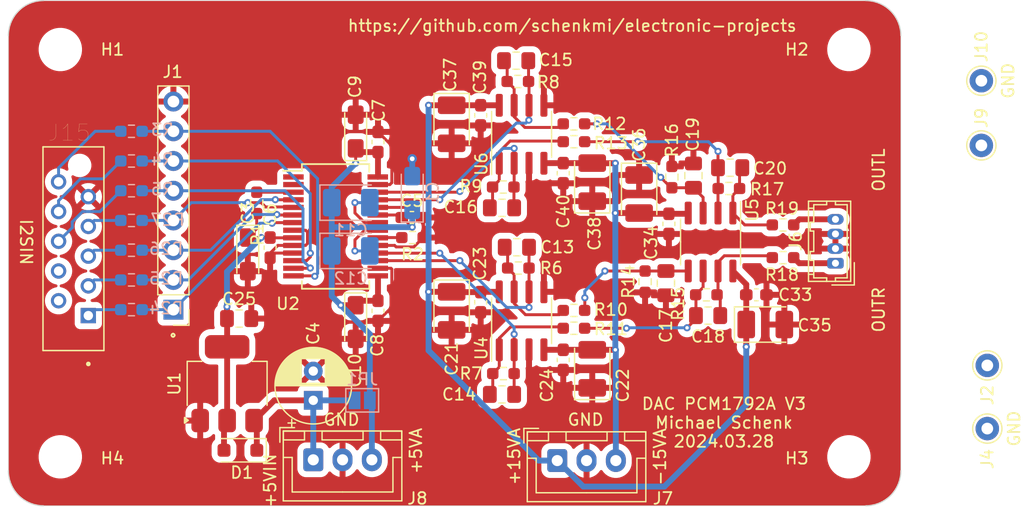
<source format=kicad_pcb>
(kicad_pcb (version 20240108) (generator "pcbnew") (generator_version "8.0")
  (layers (0 "F.Cu" mixed) (31 "B.Cu" mixed) (34 "B.Paste" user) (35 "F.Paste" user) (36 "B.SilkS" user "B.Silkscreen") (37 "F.SilkS" user "F.Silkscreen") (38 "B.Mask" user) (39 "F.Mask" user) (44 "Edge.Cuts" user))
  (net 0 "")
  (net 1 "GND")
  (net 2 "+3V3")
  (net 3 "MCLK")
  (net 4 "BCK")
  (net 5 "LRCK")
  (net 6 "DATAIN")
  (net 7 "+5VA")
  (net 8 "-15V")
  (net 9 "+15V")
  (net 10 "/+5VIN")
  (net 11 "Net-(U2-VCOML)")
  (net 12 "Net-(U2-VCOMR)")
  (net 13 "Net-(U2-IOUTR+)")
  (net 14 "Net-(C13-Pad1)")
  (net 15 "Net-(U2-IOUTR-)")
  (net 16 "Net-(C14-Pad1)")
  (net 17 "Net-(U2-IOUTL+)")
  (net 18 "Net-(C15-Pad1)")
  (net 19 "Net-(U2-IOUTL-)")
  (net 20 "Net-(C16-Pad1)")
  (net 21 "Net-(U5B-+)")
  (net 22 "Net-(U5B--)")
  (net 23 "Net-(U5A-+)")
  (net 24 "Net-(U5A--)")
  (net 25 "Net-(J15-Pad10)")
  (net 26 "RESET")
  (net 27 "SCL")
  (net 28 "SDA")
  (net 29 "Net-(J15-Pad8)")
  (net 30 "Net-(C18-Pad2)")
  (net 31 "Net-(C20-Pad2)")
  (net 32 "Net-(J15-Pad6)")
  (net 33 "Net-(J2-Pin_1)")
  (net 34 "Net-(J6-Pin_4)")
  (net 37 "Net-(U2-MSEL)")
  (net 38 "Net-(U2-IREF)")
  (net 41 "Net-(J15-Pad5)")
  (net 42 "Net-(J15-Pad7)")
  (net 43 "Net-(J15-Pad3)")
  (net 44 "Net-(J15-Pad1)")
  (footprint "MountingHole:MountingHole_3.2mm_M3" (layer "F.Cu") (at 113.03 71.882)
    (property "Reference" "H1")
    (property "Value" "MountingHole")
  )
  (footprint "MountingHole:MountingHole_3.2mm_M3" (layer "F.Cu") (at 113.03 106.68)
    (property "Reference" "H4")
    (property "Value" "MountingHole")
  )
  (footprint "kicad-snk:TE_CONN_RCPT_10POS_0.1_TIN_PCB" (layer "F.Cu") (at 115.421 94.615 90)
    (property "Reference" "J15")
    (property "Value" "A")
  )
  (footprint "MountingHole:MountingHole_3.2mm_M3" (layer "F.Cu") (at 180.34 106.68)
    (property "Reference" "H3")
    (property "Value" "MountingHole")
  )
  (footprint "MountingHole:MountingHole_3.2mm_M3" (layer "F.Cu") (at 180.34 71.882)
    (property "Reference" "H2")
    (property "Value" "MountingHole")
  )
  (footprint "Connector_Pin:Pin_D1.0mm_L10.0mm" (layer "F.Cu") (at 191.643 74.549)
    (property "Reference" "J10")
    (property "Value" "GNDL")
  )
  (footprint "Capacitor_Tantalum_SMD:CP_EIA-3528-21_Kemet-B_Pad1.50x2.35mm_HandSolder" (layer "F.Cu") (at 173.202 95.377)
    (property "Reference" "C35")
    (property "Value" "10uF/20V")
  )
  (footprint "Capacitor_Tantalum_SMD:CP_EIA-3528-21_Kemet-B_Pad1.50x2.35mm_HandSolder" (layer "F.Cu") (at 162.433 84.227 -90)
    (property "Reference" "C36")
    (property "Value" "10uF/20V")
  )
  (footprint "Capacitor_SMD:C_0603_1608Metric_Pad1.08x0.95mm_HandSolder" (layer "F.Cu") (at 172.4395 92.837)
    (property "Reference" "C33")
    (property "Value" "100nF")
  )
  (footprint "Capacitor_SMD:C_0603_1608Metric_Pad1.08x0.95mm_HandSolder" (layer "F.Cu") (at 164.973 86.778 90)
    (property "Reference" "C34")
    (property "Value" "100nF")
  )
  (footprint "Capacitor_Tantalum_SMD:CP_EIA-3528-21_Kemet-B_Pad1.50x2.35mm_HandSolder" (layer "F.Cu") (at 146.431 78.2695 -90)
    (property "Reference" "C37")
    (property "Value" "10uF/20V")
  )
  (footprint "Package_SO:SOIC-8_3.9x4.9mm_P1.27mm" (layer "F.Cu") (at 152.4 79.1225 90)
    (property "Reference" "U6")
    (property "Value" "OPA1612")
  )
  (footprint "Capacitor_SMD:C_0603_1608Metric_Pad1.08x0.95mm_HandSolder" (layer "F.Cu") (at 155.956 82.4495 90)
    (property "Reference" "C40")
    (property "Value" "100nF")
  )
  (footprint "Capacitor_SMD:C_0603_1608Metric_Pad1.08x0.95mm_HandSolder" (layer "F.Cu") (at 148.9075 77.507 -90)
    (property "Reference" "C39")
    (property "Value" "100nF")
  )
  (footprint "Capacitor_Tantalum_SMD:CP_EIA-3528-21_Kemet-B_Pad1.50x2.35mm_HandSolder" (layer "F.Cu") (at 158.4325 83.211 90)
    (property "Reference" "C38")
    (property "Value" "10uF/20V")
  )
  (footprint "Connector_Pin:Pin_D1.0mm_L10.0mm" (layer "F.Cu") (at 191.643 80.0735)
    (property "Reference" "J9")
    (property "Value" "OUTL")
  )
  (footprint "Capacitor_SMD:C_0805_2012Metric_Pad1.18x1.45mm_HandSolder" (layer "F.Cu") (at 151.9975 88.773)
    (property "Reference" "C13")
    (property "Value" "2200pF/2%")
  )
  (footprint "Capacitor_SMD:C_0805_2012Metric_Pad1.18x1.45mm_HandSolder" (layer "F.Cu") (at 150.7275 101.346)
    (property "Reference" "C14")
    (property "Value" "2200pF/2%")
  )
  (footprint "Capacitor_SMD:C_0805_2012Metric_Pad1.18x1.45mm_HandSolder" (layer "F.Cu") (at 151.934 72.8345)
    (property "Reference" "C15")
    (property "Value" "2200pF/2%")
  )
  (footprint "Capacitor_SMD:C_0805_2012Metric_Pad1.18x1.45mm_HandSolder" (layer "F.Cu") (at 150.7275 85.4075)
    (property "Reference" "C16")
    (property "Value" "2200pF/2%")
  )
  (footprint "Capacitor_Tantalum_SMD:CP_EIA-3528-21_Kemet-B_Pad1.50x2.35mm_HandSolder" (layer "F.Cu") (at 146.431 94.208 -90)
    (property "Reference" "C21")
    (property "Value" "10uF/20V")
  )
  (footprint "Capacitor_Tantalum_SMD:CP_EIA-3528-21_Kemet-B_Pad1.50x2.35mm_HandSolder" (layer "F.Cu") (at 158.4325 99.161 90)
    (property "Reference" "C22")
    (property "Value" "10uF/20V")
  )
  (footprint "Capacitor_SMD:C_0603_1608Metric_Pad1.08x0.95mm_HandSolder" (layer "F.Cu") (at 148.9075 93.472 -90)
    (property "Reference" "C23")
    (property "Value" "100nF")
  )
  (footprint "Capacitor_SMD:C_0603_1608Metric_Pad1.08x0.95mm_HandSolder" (layer "F.Cu") (at 155.956 98.3985 90)
    (property "Reference" "C24")
    (property "Value" "100nF")
  )
  (footprint "Connector_PinHeader_2.54mm:PinHeader_1x08_P2.54mm_Vertical" (layer "F.Cu") (at 122.682 94.107 180)
    (property "Reference" "J1")
    (property "Value" "DEBUG")
  )
  (footprint "Connector_Pin:Pin_D1.0mm_L10.0mm" (layer "F.Cu") (at 192.151 104.267)
    (property "Reference" "J4")
    (property "Value" "GNDR")
  )
  (footprint "Resistor_SMD:R_0603_1608Metric_Pad0.98x0.95mm_HandSolder" (layer "F.Cu") (at 129.794 84.9865 90)
    (property "Reference" "R1")
    (property "Value" "4k7")
  )
  (footprint "Resistor_SMD:R_0603_1608Metric_Pad0.98x0.95mm_HandSolder" (layer "F.Cu") (at 143.089 87.9475 180)
    (property "Reference" "R2")
    (property "Value" "10k/0.1%")
  )
  (footprint "Resistor_SMD:R_0603_1608Metric_Pad0.98x0.95mm_HandSolder" (layer "F.Cu") (at 152.1225 90.551)
    (property "Reference" "R6")
    (property "Value" "750R/0.1%")
  )
  (footprint "Resistor_SMD:R_0603_1608Metric_Pad0.98x0.95mm_HandSolder" (layer "F.Cu") (at 150.8525 99.568)
    (property "Reference" "R7")
    (property "Value" "750R/0.1%")
  )
  (footprint "Resistor_SMD:R_0603_1608Metric_Pad0.98x0.95mm_HandSolder" (layer "F.Cu") (at 152.0825 74.6125)
    (property "Reference" "R8")
    (property "Value" "750R/0.1%")
  )
  (footprint "Resistor_SMD:R_0603_1608Metric_Pad0.98x0.95mm_HandSolder" (layer "F.Cu") (at 150.836 83.6295)
    (property "Reference" "R9")
    (property "Value" "750R/0.1%")
  )
  (footprint "Resistor_SMD:R_0603_1608Metric_Pad0.98x0.95mm_HandSolder" (layer "F.Cu") (at 156.8685 94.1705 180)
    (property "Reference" "R10")
    (property "Value" "560R/0.1%")
  )
  (footprint "Resistor_SMD:R_0603_1608Metric_Pad0.98x0.95mm_HandSolder" (layer "F.Cu") (at 156.8685 95.6945 180)
    (property "Reference" "R11")
    (property "Value" "560R/0.1%")
  )
  (footprint "Resistor_SMD:R_0603_1608Metric_Pad0.98x0.95mm_HandSolder" (layer "F.Cu") (at 156.8685 78.232 180)
    (property "Reference" "R12")
    (property "Value" "560R/0.1%")
  )
  (footprint "Resistor_SMD:R_0603_1608Metric_Pad0.98x0.95mm_HandSolder" (layer "F.Cu") (at 156.8685 79.756 180)
    (property "Reference" "R13")
    (property "Value" "560R/0.1%")
  )
  (footprint "Resistor_SMD:R_0603_1608Metric_Pad0.98x0.95mm_HandSolder" (layer "F.Cu") (at 174.712 89.662 180)
    (property "Reference" "R18")
    (property "Value" "100R/0.1%")
  )
  (footprint "Resistor_SMD:R_0603_1608Metric_Pad0.98x0.95mm_HandSolder" (layer "F.Cu") (at 174.712 86.868 180)
    (property "Reference" "R19")
    (property "Value" "100R/0.1%")
  )
  (footprint "Package_SO:SOIC-8_3.9x4.9mm_P1.27mm" (layer "F.Cu") (at 168.529 88.3285 -90)
    (property "Reference" "U5")
    (property "Value" "OPA1612")
  )
  (footprint "Package_SO:SOIC-8_3.9x4.9mm_P1.27mm" (layer "F.Cu") (at 152.4 95.0595 90)
    (property "Reference" "U4")
    (property "Value" "OPA1612")
  )
  (footprint "Capacitor_SMD:C_0805_2012Metric_Pad1.18x1.45mm_HandSolder" (layer "F.Cu") (at 164.719 91.8425 90)
    (property "Reference" "C17")
    (property "Value" "2700pF/2%")
  )
  (footprint "Capacitor_SMD:C_0805_2012Metric_Pad1.18x1.45mm_HandSolder" (layer "F.Cu") (at 168.32 94.615)
    (property "Reference" "C18")
    (property "Value" "2700pF/2%")
  )
  (footprint "Capacitor_SMD:C_0805_2012Metric_Pad1.18x1.45mm_HandSolder" (layer "F.Cu") (at 167.0685 82.6555 -90)
    (property "Reference" "C19")
    (property "Value" "2700pF/2%")
  )
  (footprint "Capacitor_SMD:C_0805_2012Metric_Pad1.18x1.45mm_HandSolder" (layer "F.Cu") (at 170.2015 81.9785)
    (property "Reference" "C20")
    (property "Value" "2700pF/2%")
  )
  (footprint "Resistor_SMD:R_0603_1608Metric_Pad0.98x0.95mm_HandSolder" (layer "F.Cu") (at 162.941 91.7175 90)
    (property "Reference" "R14")
    (property "Value" "270R/0.1%")
  )
  (footprint "Resistor_SMD:R_0603_1608Metric_Pad0.98x0.95mm_HandSolder" (layer "F.Cu") (at 168.1715 92.837)
    (property "Reference" "R15")
    (property "Value" "270R/0.1%")
  )
  (footprint "Resistor_SMD:R_0603_1608Metric_Pad0.98x0.95mm_HandSolder" (layer "F.Cu") (at 165.227 82.7805 -90)
    (property "Reference" "R16")
    (property "Value" "270R/0.1%")
  )
  (footprint "Resistor_SMD:R_0603_1608Metric_Pad0.98x0.95mm_HandSolder" (layer "F.Cu") (at 170.093 83.7565)
    (property "Reference" "R17")
    (property "Value" "270R/0.1%")
  )
  (footprint "Capacitor_SMD:C_0603_1608Metric_Pad1.08x0.95mm_HandSolder" (layer "F.Cu") (at 140.1445 79.7825 90)
    (property "Reference" "C7")
    (property "Value" "100nF")
  )
  (footprint "Capacitor_SMD:C_0603_1608Metric_Pad1.08x0.95mm_HandSolder" (layer "F.Cu") (at 140.1445 94.2075 -90)
    (property "Reference" "C8")
    (property "Value" "100nF")
  )
  (footprint "Capacitor_Tantalum_SMD:CP_EIA-3216-18_Kemet-A_Pad1.58x1.35mm_HandSolder" (layer "F.Cu") (at 138.2395 78.89 90)
    (property "Reference" "C9")
    (property "Value" "10uF/10V")
  )
  (footprint "Capacitor_Tantalum_SMD:CP_EIA-3216-18_Kemet-A_Pad1.58x1.35mm_HandSolder" (layer "F.Cu") (at 138.2395 95.1635 -90)
    (property "Reference" "C10")
    (property "Value" "10uF/10V")
  )
  (footprint "Package_SO:SSOP-28_5.3x10.2mm_P0.65mm" (layer "F.Cu") (at 136.525 86.995)
    (property "Reference" "U2")
    (property "Value" "PCM1792A")
  )
  (footprint "Capacitor_Tantalum_SMD:CP_EIA-3216-18_Kemet-A_Pad1.58x1.35mm_HandSolder" (layer "F.Cu") (at 129.032 89.385 -90)
    (property "Reference" "C3")
    (property "Value" "10uF/10V")
  )
  (footprint "Capacitor_SMD:C_0603_1608Metric_Pad1.08x0.95mm_HandSolder" (layer "F.Cu") (at 143.039 86.233)
    (property "Reference" "C5")
    (property "Value" "100nF")
  )
  (footprint "Capacitor_SMD:C_0603_1608Metric_Pad1.08x0.95mm_HandSolder" (layer "F.Cu") (at 130.937 88.81 -90)
    (property "Reference" "C6")
    (property "Value" "100nF")
  )
  (footprint "Connector_Pin:Pin_D1.0mm_L10.0mm" (layer "F.Cu") (at 192.151 98.8695)
    (property "Reference" "J2")
    (property "Value" "OUTR")
  )
  (footprint "Connector_JST:JST_XH_B3B-XH-A_1x03_P2.50mm_Vertical" (layer "F.Cu") (at 155.445 107)
    (property "Reference" "J7")
    (property "Value" "+15/-15VAIN")
  )
  (footprint "Diode_SMD:D_SOD-123F" (layer "F.Cu") (at 128.4 106.122 180)
    (property "Reference" "D1")
    (property "Value" "SM4002PL-TP")
  )
  (footprint "Connector_JST:JST_XH_B3B-XH-A_1x03_P2.50mm_Vertical" (layer "F.Cu") (at 134.62 106.934)
    (property "Reference" "J8")
    (property "Value" "+5VIN/+5VAIN")
  )
  (footprint "Capacitor_THT:CP_Radial_D6.3mm_P2.50mm" (layer "F.Cu") (at 134.62 101.854 90)
    (property "Reference" "C4")
    (property "Value" "220uF/10V")
  )
  (footprint "Connector_Hirose:Hirose_DF13-04P-1.25DSA_1x04_P1.25mm_Vertical" (layer "F.Cu") (at 179.189 90.14 90)
    (property "Reference" "J6")
    (property "Value" "Conn_01x04")
  )
  (footprint "Package_TO_SOT_SMD:SOT-223-3_TabPin2" (layer "F.Cu") (at 127.268 100.432 90)
    (property "Reference" "U1")
    (property "Value" "TLV1117-33")
  )
  (footprint "Capacitor_SMD:C_0805_2012Metric_Pad1.18x1.45mm_HandSolder" (layer "F.Cu") (at 128.2915 94.869)
    (property "Reference" "C25")
    (property "Value" "1uF/50V")
  )
  (footprint "Resistor_SMD:R_0603_1608Metric_Pad0.98x0.95mm_HandSolder" (layer "B.Cu") (at 119.1025 94.107)
    (property "Reference" "R24")
    (property "Value" "33R")
  )
  (footprint "Resistor_SMD:R_0603_1608Metric_Pad0.98x0.95mm_HandSolder" (layer "B.Cu") (at 119.1025 91.567)
    (property "Reference" "R25")
    (property "Value" "33R")
  )
  (footprint "Resistor_SMD:R_0603_1608Metric_Pad0.98x0.95mm_HandSolder" (layer "B.Cu") (at 119.1025 89.027)
    (property "Reference" "R26")
    (property "Value" "33R")
  )
  (footprint "Resistor_SMD:R_0603_1608Metric_Pad0.98x0.95mm_HandSolder" (layer "B.Cu") (at 119.1025 78.867 180)
    (property "Reference" "R3")
    (property "Value" "33R")
  )
  (footprint "Resistor_SMD:R_0603_1608Metric_Pad0.98x0.95mm_HandSolder" (layer "B.Cu") (at 119.1025 81.407 180)
    (property "Reference" "R4")
    (property "Value" "33R")
  )
  (footprint "Resistor_SMD:R_0603_1608Metric_Pad0.98x0.95mm_HandSolder" (layer "B.Cu") (at 119.1025 83.947 180)
    (property "Reference" "R5")
    (property "Value" "33R")
  )
  (footprint "Resistor_SMD:R_0603_1608Metric_Pad0.98x0.95mm_HandSolder" (layer "B.Cu") (at 119.1025 86.487)
    (property "Reference" "R27")
    (property "Value" "33R")
  )
  (footprint "Capacitor_Tantalum_SMD:CP_EIA-3528-12_Kemet-T_Pad1.50x2.35mm_HandSolder" (layer "B.Cu") (at 137.821 84.963)
    (property "Reference" "C11")
    (property "Value" "47uF/10V")
  )
  (footprint "Capacitor_Tantalum_SMD:CP_EIA-3528-12_Kemet-T_Pad1.50x2.35mm_HandSolder" (layer "B.Cu") (at 137.821 89.0905)
    (property "Reference" "C12")
    (property "Value" "47uF/10V")
  )
  (footprint "Capacitor_Tantalum_SMD:CP_EIA-3216-18_Kemet-A_Pad1.58x1.35mm_HandSolder" (layer "B.Cu") (at 143.0655 84.1375 90)
    (property "Reference" "C1")
    (property "Value" "10uF/10V")
  )
  (footprint "Jumper:SolderJumper-2_P1.3mm_Open_Pad1.0x1.5mm" (layer "B.Cu") (at 138.796 101.854 180)
    (property "Reference" "JP1")
    (property "Value" "SolderJumper_2_Open")
  )
  (gr_line (start 108.59533 107.86067) (end 108.595316 70.701316) (stroke (width 0.05)) (layer "Edge.Cuts"))
  (gr_arc (start 108.595316 70.701316) (mid 109.474 68.58) (end 111.595316 67.701316) (stroke (width 0.1)) (layer "Edge.Cuts"))
  (gr_line (start 111.595316 67.701316) (end 181.77468 67.70132) (stroke (width 0.05)) (layer "Edge.Cuts"))
  (gr_line (start 184.77468 70.70132) (end 184.77467 107.86067) (stroke (width 0.05)) (layer "Edge.Cuts"))
  (gr_arc (start 181.77468 67.70132) (mid 183.896 68.58) (end 184.77468 70.70132) (stroke (width 0.1)) (layer "Edge.Cuts"))
  (gr_arc (start 111.59533 110.86067) (mid 109.474 109.982) (end 108.59533 107.86067) (stroke (width 0.1)) (layer "Edge.Cuts"))
  (gr_arc (start 184.77467 107.86067) (mid 183.896 109.982) (end 181.77467 110.86067) (stroke (width 0.1)) (layer "Edge.Cuts"))
  (gr_line (start 181.77467 110.86067) (end 111.59533 110.86067) (stroke (width 0.05)) (layer "Edge.Cuts"))
  (gr_text "I2SIN" (at 110.109 88.3285 270) (layer "F.SilkS") (effects (font (size 1 1))))
  (gr_text "+5VA" (at 143.383 106.172 90) (layer "F.SilkS") (effects (font (size 1 1))))
  (gr_text "GND" (at 157.861 103.505 0) (layer "F.SilkS") (effects (font (size 1 1))))
  (gr_text "-15VA" (at 164.211 106.68 90) (layer "F.SilkS") (effects (font (size 1 1))))
  (gr_text "+15VA" (at 151.765 106.650162 90) (layer "F.SilkS") (effects (font (size 1 1))))
  (gr_text "DAC PCM1792A V3\nMichael Schenk\n2024.03.28" (at 169.672 103.759 0) (layer "F.SilkS") (effects (font (size 1 1))))
  (gr_text "GND" (at 193.929 74.549 90) (layer "F.SilkS") (effects (font (size 1 1))))
  (gr_text "OUTR" (at 182.88 94.107 90) (layer "F.SilkS") (effects (font (size 1 1))))
  (gr_text "GND" (at 194.437 104.267 90) (layer "F.SilkS") (effects (font (size 1 1))))
  (gr_text "OUTL" (at 182.88 82.169 90) (layer "F.SilkS") (effects (font (size 1 1))))
  (gr_text "GND" (at 137.033 103.505 0) (layer "F.SilkS") (effects (font (size 1 1))))
  (gr_text "https://github.com/schenkmi/electronic-projects" (at 156.718 69.85 0) (layer "F.SilkS") (effects (font (size 1 1))))
  (gr_text "+5VIN" (at 130.937 108.712 90) (layer "F.SilkS") (effects (font (size 1 1))))
  (gr_text "°" (at 122.174 97.282 0) (layer "F.SilkS") (effects (font (size 1 1)) (justify left bottom)))
  (segment (start 141.325001 80.100501) (end 140.1445 78.92) (width 0.25) (layer "F.Cu") (net 1))
  (segment (start 140.125 85.37) (end 143.0385 85.37) (width 0.25) (layer "F.Cu") (net 1))
  (segment (start 132.925 88.62) (end 133.960002 88.62) (width 0.25) (layer "F.Cu") (net 1))
  (segment (start 134.125001 87.484999) (end 133.960002 87.32) (width 0.25) (layer "F.Cu") (net 1))
  (segment (start 132.925 89.27) (end 131.3395 89.27) (width 0.25) (layer "F.Cu") (net 1))
  (segment (start 141.160002 83.42) (end 141.325001 83.255001) (width 0.25) (layer "F.Cu") (net 1))
  (segment (start 140.125 90.57) (end 141.25 90.57) (width 0.25) (layer "F.Cu") (net 1))
  (segment (start 130.937 89.28051) (end 130.937 89.6725) (width 0.25) (layer "F.Cu") (net 1))
  (segment (start 143.20149 88.74751) (end 144.0015 87.9475) (width 0.25) (layer "F.Cu") (net 1))
  (segment (start 143.0385 85.37) (end 143.9015 86.233) (width 0.25) (layer "F.Cu") (net 1))
  (segment (start 133.960002 87.32) (end 132.925 87.32) (width 0.25) (layer "F.Cu") (net 1))
  (segment (start 141.325001 90.645001) (end 141.325001 93.889499) (width 0.25) (layer "F.Cu") (net 1))
  (segment (start 141.325001 93.889499) (end 140.1445 95.07) (width 0.25) (layer "F.Cu") (net 1))
  (segment (start 133.960002 88.62) (end 134.125001 88.455001) (width 0.25) (layer "F.Cu") (net 1))
  (segment (start 141.6935 88.74751) (end 143.20149 88.74751) (width 0.25) (layer "F.Cu") (net 1))
  (segment (start 132.925 88.62) (end 131.59751 88.62) (width 0.25) (layer "F.Cu") (net 1))
  (segment (start 140.125 88.62) (end 141.56599 88.62) (width 0.25) (layer "F.Cu") (net 1))
  (segment (start 131.3395 89.27) (end 130.937 89.6725) (width 0.25) (layer "F.Cu") (net 1))
  (segment (start 141.325001 83.255001) (end 141.325001 80.100501) (width 0.25) (layer "F.Cu") (net 1))
  (segment (start 140.125 83.42) (end 141.160002 83.42) (width 0.25) (layer "F.Cu") (net 1))
  (segment (start 134.125001 88.455001) (end 134.125001 87.484999) (width 0.25) (layer "F.Cu") (net 1))
  (segment (start 131.59751 88.62) (end 130.937 89.28051) (width 0.25) (layer "F.Cu") (net 1))
  (segment (start 141.25 90.57) (end 141.325001 90.645001) (width 0.25) (layer "F.Cu") (net 1))
  (segment (start 141.56599 88.62) (end 141.6935 88.74751) (width 0.25) (layer "F.Cu") (net 1))
  (via (at 143.0655 81.2165) (size 0.8) (drill 0.4) (layers "F.Cu" "B.Cu") (net 1))
  (segment (start 143.0655 82.7) (end 143.0655 81.2165) (width 0.5) (layer "B.Cu") (net 1))
  (segment (start 129.794 85.899) (end 129.794 87.1855) (width 0.25) (layer "F.Cu") (net 2))
  (segment (start 129.794 87.1855) (end 129.032 87.9475) (width 0.25) (layer "F.Cu") (net 2))
  (segment (start 130.175 87.9475) (end 129.032 87.9475) (width 0.25) (layer "F.Cu") (net 2))
  (segment (start 130.937 87.9475) (end 130.175 87.9475) (width 0.25) (layer "F.Cu") (net 2))
  (segment (start 132.925 87.97) (end 130.9595 87.97) (width 0.25) (layer "F.Cu") (net 2))
  (segment (start 127.268 103.582) (end 127.268 97.282) (width 0.5) (layer "F.Cu") (net 2))
  (segment (start 127.268 94.883) (end 127.254 94.869) (width 0.5) (layer "F.Cu") (net 2))
  (segment (start 127.268 97.282) (end 127.268 94.883) (width 0.5) (layer "F.Cu") (net 2))
  (segment (start 127 106.122) (end 127 103.85) (width 0.5) (layer "F.Cu") (net 2))
  (segment (start 127.254 94.869) (end 127.254 93.853) (width 0.5) (layer "F.Cu") (net 2))
  (segment (start 130.9595 87.97) (end 130.937 87.9475) (width 0.25) (layer "F.Cu") (net 2))
  (segment (start 127 103.85) (end 127.268 103.582) (width 0.5) (layer "F.Cu") (net 2))
  (via (at 130.175 87.9475) (size 0.6) (drill 0.3) (layers "F.Cu" "B.Cu") (net 2))
  (via (at 127.254 93.853) (size 0.6) (drill 0.3) (layers "F.Cu" "B.Cu") (net 2))
  (segment (start 127.254 90.8685) (end 130.175 87.9475) (width 0.5) (layer "B.Cu") (net 2))
  (segment (start 127.254 93.853) (end 127.254 90.8685) (width 0.5) (layer "B.Cu") (net 2))
  (segment (start 131.157919 86.67) (end 131.107564 86.720355) (width 0.25) (layer "F.Cu") (net 3))
  (segment (start 132.925 86.67) (end 131.157919 86.67) (width 0.25) (layer "F.Cu") (net 3))
  (via (at 131.107564 86.720355) (size 0.6) (drill 0.3) (layers "F.Cu" "B.Cu") (net 3))
  (segment (start 122.683396 94.107) (end 122.682 94.107) (width 0.25) (layer "B.Cu") (net 3))
  (segment (start 122.682 94.107) (end 120.015 94.107) (width 0.25) (layer "B.Cu") (net 3))
  (segment (start 131.107564 86.720355) (end 130.070041 86.720355) (width 0.25) (layer "B.Cu") (net 3))
  (segment (start 130.070041 86.720355) (end 122.683396 94.107) (width 0.25) (layer "B.Cu") (net 3))
  (segment (start 132.925 86.02) (end 131.5495 86.02) (width 0.25) (layer "F.Cu") (net 4))
  (segment (start 131.5495 86.02) (end 131.5085 85.979) (width 0.25) (layer "F.Cu") (net 4))
  (via (at 131.5085 85.979) (size 0.6) (drill 0.3) (layers "F.Cu" "B.Cu") (net 4))
  (segment (start 122.682 91.567) (end 120.015 91.567) (width 0.25) (layer "B.Cu") (net 4))
  (segment (start 129.53628 85.979) (end 123.94828 91.567) (width 0.25) (layer "B.Cu") (net 4))
  (segment (start 123.94828 91.567) (end 122.682 91.567) (width 0.25) (layer "B.Cu") (net 4))
  (segment (start 131.5085 85.979) (end 129.53628 85.979) (width 0.25) (layer "B.Cu") (net 4))
  (segment (start 132.925 84.72) (end 131.3925 84.72) (width 0.25) (layer "F.Cu") (net 5))
  (segment (start 131.3925 84.72) (end 131.3815 84.709) (width 0.25) (layer "F.Cu") (net 5))
  (via (at 131.3815 84.709) (size 0.6) (drill 0.3) (layers "F.Cu" "B.Cu") (net 5))
  (segment (start 122.682 89.027) (end 120.015 89.027) (width 0.25) (layer "B.Cu") (net 5))
  (segment (start 122.682 89.027) (end 125.851884 89.027) (width 0.25) (layer "B.Cu") (net 5))
  (segment (start 130.169884 84.709) (end 131.3815 84.709) (width 0.25) (layer "B.Cu") (net 5))
  (segment (start 125.851884 89.027) (end 130.169884 84.709) (width 0.25) (layer "B.Cu") (net 5))
  (segment (start 130.546 85.334) (end 130.175 84.963) (width 0.25) (layer "F.Cu") (net 6))
  (segment (start 132.925 85.37) (end 132.889 85.334) (width 0.25) (layer "F.Cu") (net 6))
  (segment (start 130.175 84.963) (end 129.032 84.963) (width 0.25) (layer "F.Cu") (net 6))
  (segment (start 132.889 85.334) (end 130.546 85.334) (width 0.25) (layer "F.Cu") (net 6))
  (via (at 129.032 84.963) (size 0.6) (drill 0.3) (layers "F.Cu" "B.Cu") (net 6))
  (segment (start 122.682 86.487) (end 120.015 86.487) (width 0.25) (layer "B.Cu") (net 6))
  (segment (start 124.206 84.963) (end 122.682 86.487) (width 0.25) (layer "B.Cu") (net 6))
  (segment (start 129.032 84.963) (end 124.206 84.963) (width 0.25) (layer "B.Cu") (net 6))
  (segment (start 140.125 86.02) (end 141.9635 86.02) (width 0.25) (layer "F.Cu") (net 7))
  (segment (start 136.9695 93.726) (end 138.2395 93.726) (width 0.5) (layer "F.Cu") (net 7))
  (segment (start 141.9635 86.02) (end 142.1765 86.233) (width 0.25) (layer "F.Cu") (net 7))
  (segment (start 140.1445 93.345) (end 138.6205 93.345) (width 0.5) (layer "F.Cu") (net 7))
  (segment (start 140.1445 80.645) (end 138.557 80.645) (width 0.5) (layer "F.Cu") (net 7))
  (segment (start 140.1445 91.2395) (end 140.125 91.22) (width 0.25) (layer "F.Cu") (net 7))
  (segment (start 140.1475 86.0425) (end 140.125 86.02) (width 0.25) (layer "F.Cu") (net 7))
  (segment (start 138.2395 81.5975) (end 138.2395 80.3275) (width 0.25) (layer "F.Cu") (net 7))
  (segment (start 140.1445 82.7255) (end 140.125 82.745) (width 0.5) (layer "F.Cu") (net 7))
  (segment (start 138.557 80.645) (end 138.2395 80.3275) (width 0.5) (layer "F.Cu") (net 7))
  (segment (start 140.1445 93.345) (end 140.1445 91.245) (width 0.5) (layer "F.Cu") (net 7))
  (segment (start 140.1445 91.245) (end 140.125 91.245) (width 0.5) (layer "F.Cu") (net 7))
  (segment (start 140.125 80.6645) (end 140.1445 80.645) (width 0.25) (layer "F.Cu") (net 7))
  (segment (start 140.1445 80.645) (end 140.1445 82.7255) (width 0.5) (layer "F.Cu") (net 7))
  (segment (start 138.6205 93.345) (end 138.2395 93.726) (width 0.5) (layer "F.Cu") (net 7))
  (segment (start 142.1765 86.233) (end 142.24 86.233) (width 0.25) (layer "F.Cu") (net 7))
  (segment (start 142.24 86.233) (end 143.0655 87.0585) (width 0.25) (layer "F.Cu") (net 7))
  (via (at 143.0655 87.0585) (size 0.6) (drill 0.3) (layers "F.Cu" "B.Cu") (net 7))
  (via (at 136.9695 93.726) (size 0.6) (drill 0.3) (layers "F.Cu" "B.Cu") (net 7))
  (via (at 138.2395 81.5975) (size 0.6) (drill 0.3) (layers "F.Cu" "B.Cu") (net 7))
  (segment (start 139.62 106.934) (end 139.62 102.028) (width 0.5) (layer "B.Cu") (net 7))
  (segment (start 136.196 89.0905) (end 136.196 92.9525) (width 0.5) (layer "B.Cu") (net 7))
  (segment (start 136.196 83.641) (end 138.2395 81.5975) (width 0.5) (layer "B.Cu") (net 7))
  (segment (start 136.2075 87.0585) (end 136.196 87.07) (width 0.25) (layer "B.Cu") (net 7))
  (segment (start 136.144 89.1425) (end 136.196 89.0905) (width 0.25) (layer "B.Cu") (net 7))
  (segment (start 139.446 101.854) (end 139.446 96.2025) (width 0.5) (layer "B.Cu") (net 7))
  (segment (start 136.196 84.963) (end 136.196 83.641) (width 0.5) (layer "B.Cu") (net 7))
  (segment (start 136.196 89.0905) (end 136.196 84.963) (width 0.5) (layer "B.Cu") (net 7))
  (segment (start 139.446 96.2025) (end 136.9695 93.726) (width 0.5) (layer "B.Cu") (net 7))
  (segment (start 136.2075 89.102) (end 136.196 89.0905) (width 0.5) (layer "B.Cu") (net 7))
  (segment (start 136.196 92.9525) (end 136.9695 93.726) (width 0.5) (layer "B.Cu") (net 7))
  (segment (start 143.0655 87.0585) (end 143.0655 85.575) (width 0.5) (layer "B.Cu") (net 7))
  (segment (start 143.0655 87.0585) (end 136.2075 87.0585) (width 0.5) (layer "B.Cu") (net 7))
  (segment (start 139.62 102.028) (end 139.446 101.854) (width 0.5) (layer "B.Cu") (net 7))
  (segment (start 155.9545 97.5345) (end 155.956 97.536) (width 0.25) (layer "F.Cu") (net 8))
  (segment (start 154.3065 97.536) (end 154.305 97.5345) (width 0.5) (layer "F.Cu") (net 8))
  (segment (start 166.5885 85.889) (end 166.624 85.8535) (width 0.25) (layer "F.Cu") (net 8))
  (segment (start 162.47 85.889) (end 162.433 85.852) (width 0.25) (layer "F.Cu") (net 8))
  (segment (start 166.562 85.9155) (end 166.624 85.8535) (width 0.5) (layer "F.Cu") (net 8))
  (segment (start 158.4325 97.536) (end 160.401 97.536) (width 0.5) (layer "F.Cu") (net 8))
  (segment (start 165.035 85.8535) (end 164.973 85.9155) (width 0.25) (layer "F.Cu") (net 8))
  (segment (start 162.4965 85.9155) (end 162.433 85.852) (width 0.5) (layer "F.Cu") (net 8))
  (segment (start 164.973 85.9155) (end 162.4965 85.9155) (width 0.5) (layer "F.Cu") (net 8))
  (segment (start 164.973 85.9155) (end 166.562 85.9155) (width 0.5) (layer "F.Cu") (net 8))
  (segment (start 154.3155 81.587) (end 154.305 81.5975) (width 0.5) (layer "F.Cu") (net 8))
  (segment (start 162.433 85.852) (end 160.401 85.852) (width 0.5) (layer "F.Cu") (net 8))
  (segment (start 158.444 81.5975) (end 158.4325 81.586) (width 0.5) (layer "F.Cu") (net 8))
  (segment (start 155.9455 81.5975) (end 155.956 81.587) (width 0.25) (layer "F.Cu") (net 8))
  (segment (start 158.4325 97.536) (end 155.956 97.536) (width 0.5) (layer "F.Cu") (net 8))
  (segment (start 155.956 97.536) (end 154.3065 97.536) (width 0.5) (layer "F.Cu") (net 8))
  (segment (start 158.4315 81.587) (end 158.4325 81.586) (width 0.25) (layer "F.Cu") (net 8))
  (segment (start 158.4325 81.586) (end 155.957 81.586) (width 0.5) (layer "F.Cu") (net 8))
  (segment (start 155.956 81.587) (end 154.3155 81.587) (width 0.5) (layer "F.Cu") (net 8))
  (segment (start 155.957 81.586) (end 155.956 81.587) (width 0.5) (layer "F.Cu") (net 8))
  (segment (start 160.401 81.5975) (end 158.444 81.5975) (width 0.5) (layer "F.Cu") (net 8))
  (via (at 160.401 81.5975) (size 0.6) (drill 0.3) (layers "F.Cu" "B.Cu") (net 8))
  (via (at 160.401 97.536) (size 0.6) (drill 0.3) (layers "F.Cu" "B.Cu") (net 8))
  (via (at 160.401 85.852) (size 0.6) (drill 0.3) (layers "F.Cu" "B.Cu") (net 8))
  (segment (start 160.401 97.536) (end 160.401 85.852) (width 0.5) (layer "B.Cu") (net 8))
  (segment (start 160.445 107) (end 160.445 97.58) (width 0.5) (layer "B.Cu") (net 8))
  (segment (start 160.401 85.852) (end 160.401 81.5975) (width 0.5) (layer "B.Cu") (net 8))
  (segment (start 160.445 97.58) (end 160.401 97.536) (width 0.5) (layer "B.Cu") (net 8))
  (segment (start 171.577 95.377) (end 171.577 97.282) (width 0.5) (layer "F.Cu") (net 9))
  (segment (start 148.9075 76.6445) (end 150.492 76.6445) (width 0.5) (layer "F.Cu") (net 9))
  (segment (start 148.881 92.583) (end 148.9075 92.6095) (width 0.25) (layer "F.Cu") (net 9))
  (segment (start 150.47 92.6095) (end 150.495 92.5845) (width 0.25) (layer "F.Cu") (net 9))
  (segment (start 146.431 92.583) (end 144.4625 92.583) (width 0.5) (layer "F.Cu") (net 9))
  (segment (start 150.495 92.5845) (end 148.9325 92.5845) (width 0.5) (layer "F.Cu") (net 9))
  (segment (start 171.577 92.837) (end 171.577 91.9465) (width 0.5) (layer "F.Cu") (net 9))
  (segment (start 148.9325 92.5845) (end 148.9075 92.6095) (width 0.5) (layer "F.Cu") (net 9))
  (segment (start 148.9075 92.6095) (end 146.4575 92.6095) (width 0.5) (layer "F.Cu") (net 9))
  (segment (start 148.9105 76.6475) (end 148.9075 76.6445) (width 0.25) (layer "F.Cu") (net 9))
  (segment (start 146.4575 92.6095) (end 146.431 92.583) (width 0.5) (layer "F.Cu") (net 9))
  (segment (start 150.492 76.6445) (end 150.495 76.6475) (width 0.5) (layer "F.Cu") (net 9))
  (segment (start 146.431 76.6445) (end 148.9075 76.6445) (width 0.5) (layer "F.Cu") (net 9))
  (segment (start 171.577 91.9465) (end 170.434 90.8035) (width 0.5) (layer "F.Cu") (net 9))
  (segment (start 146.431 76.6445) (end 144.4625 76.6445) (width 0.5) (layer "F.Cu") (net 9))
  (segment (start 171.577 95.377) (end 171.577 92.837) (width 0.5) (layer "F.Cu") (net 9))
  (via (at 171.577 97.282) (size 0.6) (drill 0.3) (layers "F.Cu" "B.Cu") (net 9))
  (via (at 144.4625 76.6445) (size 0.6) (drill 0.3) (layers "F.Cu" "B.Cu") (net 9))
  (via (at 144.4625 92.583) (size 0.6) (drill 0.3) (layers "F.Cu" "B.Cu") (net 9))
  (segment (start 155.445 107) (end 157.665 109.22) (width 0.5) (layer "B.Cu") (net 9))
  (segment (start 144.4625 92.583) (end 144.4625 76.6445) (width 0.5) (layer "B.Cu") (net 9))
  (segment (start 171.577 102.235) (end 171.577 97.282) (width 0.5) (layer "B.Cu") (net 9))
  (segment (start 144.4625 92.583) (end 144.4625 97.5995) (width 0.5) (layer "B.Cu") (net 9))
  (segment (start 164.592 109.22) (end 171.577 102.235) (width 0.5) (layer "B.Cu") (net 9))
  (segment (start 153.863 107) (end 155.445 107) (width 0.5) (layer "B.Cu") (net 9))
  (segment (start 144.4625 97.5995) (end 153.863 107) (width 0.5) (layer "B.Cu") (net 9))
  (segment (start 157.665 109.22) (end 164.592 109.22) (width 0.5) (layer "B.Cu") (net 9))
  (segment (start 129.8 103.814) (end 129.568 103.582) (width 0.5) (layer "F.Cu") (net 10))
  (segment (start 131.296 101.854) (end 129.568 103.582) (width 0.5) (layer "F.Cu") (net 10))
  (segment (start 129.8 106.122) (end 129.8 103.814) (width 0.5) (layer "F.Cu") (net 10))
  (segment (start 134.62 101.854) (end 131.296 101.854) (width 0.5) (layer "F.Cu") (net 10))
  (segment (start 134.62 101.854) (end 138.146 101.854) (width 0.5) (layer "B.Cu") (net 10))
  (segment (start 134.62 106.934) (end 134.62 101.854) (width 0.5) (layer "B.Cu") (net 10))
  (segment (start 140.125 86.67) (end 139 86.67) (width 0.25) (layer "F.Cu") (net 11))
  (segment (start 139 86.67) (end 138.176 85.846) (width 0.25) (layer "F.Cu") (net 11))
  (segment (start 138.176 85.846) (end 138.176 84.963) (width 0.25) (layer "F.Cu") (net 11))
  (via (at 138.176 84.963) (size 0.6) (drill 0.3) (layers "F.Cu" "B.Cu") (net 11))
  (segment (start 138.176 84.963) (end 139.446 84.963) (width 0.25) (layer "B.Cu") (net 11))
  (segment (start 138.176 88.144) (end 138.176 89.0905) (width 0.25) (layer "F.Cu") (net 12))
  (segment (start 140.125 87.32) (end 139 87.32) (width 0.25) (layer "F.Cu") (net 12))
  (segment (start 139 87.32) (end 138.176 88.144) (width 0.25) (layer "F.Cu") (net 12))
  (via (at 138.176 89.0905) (size 0.6) (drill 0.3) (layers "F.Cu" "B.Cu") (net 12))
  (segment (start 138.176 89.0905) (end 139.446 89.0905) (width 0.25) (layer "B.Cu") (net 12))
  (segment (start 147.1255 89.92) (end 147.1295 89.916) (width 0.25) (layer "F.Cu") (net 13))
  (segment (start 153.035 92.5845) (end 153.035 90.551) (width 0.25) (layer "F.Cu") (net 13))
  (segment (start 153.2255 88.5825) (end 153.289 88.519) (width 0.25) (layer "F.Cu") (net 13))
  (segment (start 140.125 89.92) (end 147.1255 89.92) (width 0.25) (layer "F.Cu") (net 13))
  (segment (start 153.035 92.964) (end 153.035 92.5845) (width 0.25) (layer "F.Cu") (net 13))
  (segment (start 140.129 89.916) (end 140.125 89.92) (width 0.25) (layer "F.Cu") (net 13))
  (segment (start 153.035 90.551) (end 153.035 88.773) (width 0.25) (layer "F.Cu") (net 13))
  (segment (start 153.035 92.5845) (end 153.035 93.9165) (width 0.25) (layer "F.Cu") (net 13))
  (via (at 153.035 93.9165) (size 0.6) (drill 0.3) (layers "F.Cu" "B.Cu") (net 13))
  (via (at 147.1295 89.916) (size 0.6) (drill 0.3) (layers "F.Cu" "B.Cu") (net 13))
  (segment (start 151.13 93.9165) (end 153.035 93.9165) (width 0.25) (layer "B.Cu") (net 13))
  (segment (start 147.1295 89.916) (end 151.13 93.9165) (width 0.25) (layer "B.Cu") (net 13))
  (segment (start 151.21 90.551) (end 151.21 89.023) (width 0.25) (layer "F.Cu") (net 14))
  (segment (start 155.584999 94.541501) (end 155.956 94.1705) (width 0.25) (layer "F.Cu") (net 14))
  (segment (start 151.765 93.571502) (end 152.734999 94.541501) (width 0.25) (layer "F.Cu") (net 14))
  (segment (start 152.734999 94.541501) (end 155.584999 94.541501) (width 0.25) (layer "F.Cu") (net 14))
  (segment (start 151.765 92.5845) (end 151.765 93.571502) (width 0.25) (layer "F.Cu") (net 14))
  (segment (start 151.21 89.023) (end 150.96 88.773) (width 0.25) (layer "F.Cu") (net 14))
  (segment (start 151.765 92.5845) (end 151.765 91.106) (width 0.25) (layer "F.Cu") (net 14))
  (segment (start 151.765 91.106) (end 151.21 90.551) (width 0.25) (layer "F.Cu") (net 14))
  (segment (start 151.765 92.961268) (end 151.765 92.5845) (width 0.25) (layer "F.Cu") (net 14))
  (segment (start 151.765 97.5345) (end 151.765 99.568) (width 0.25) (layer "F.Cu") (net 15))
  (segment (start 151.765 97.5345) (end 151.765 96.2025) (width 0.25) (layer "F.Cu") (net 15))
  (segment (start 140.136 89.281) (end 140.125 89.27) (width 0.25) (layer "F.Cu") (net 15))
  (segment (start 151.765 96.857736) (end 151.765 97.5345) (width 0.25) (layer "F.Cu") (net 15))
  (segment (start 151.765 101.346) (end 151.765 99.568) (width 0.25) (layer "F.Cu") (net 15))
  (segment (start 145.415 89.281) (end 140.136 89.281) (width 0.25) (layer "F.Cu") (net 15))
  (via (at 151.765 96.2025) (size 0.6) (drill 0.3) (layers "F.Cu" "B.Cu") (net 15))
  (via (at 145.415 89.281) (size 0.6) (drill 0.3) (layers "F.Cu" "B.Cu") (net 15))
  (segment (start 151.765 95.631) (end 145.415 89.281) (width 0.25) (layer "B.Cu") (net 15))
  (segment (start 151.765 96.2025) (end 151.765 95.631) (width 0.25) (layer "B.Cu") (net 15))
  (segment (start 151.464999 95.577499) (end 155.838999 95.577499) (width 0.25) (layer "F.Cu") (net 16))
  (segment (start 155.838999 95.577499) (end 155.956 95.6945) (width 0.25) (layer "F.Cu") (net 16))
  (segment (start 149.94 99.568) (end 149.94 101.096) (width 0.25) (layer "F.Cu") (net 16))
  (segment (start 150.495 97.5345) (end 150.495 99.013) (width 0.25) (layer "F.Cu") (net 16))
  (segment (start 150.495 97.5345) (end 150.495 96.547498) (width 0.25) (layer "F.Cu") (net 16))
  (segment (start 150.495 96.547498) (end 151.464999 95.577499) (width 0.25) (layer "F.Cu") (net 16))
  (segment (start 150.495 99.013) (end 149.94 99.568) (width 0.25) (layer "F.Cu") (net 16))
  (segment (start 149.94 101.096) (end 149.69 101.346) (width 0.25) (layer "F.Cu") (net 16))
  (segment (start 152.995 74.6125) (end 152.995 72.858) (width 0.25) (layer "F.Cu") (net 17))
  (segment (start 152.995 72.858) (end 152.9715 72.8345) (width 0.25) (layer "F.Cu") (net 17))
  (segment (start 153.019692 77.914501) (end 153.019692 76.662808) (width 0.25) (layer "F.Cu") (net 17))
  (segment (start 140.125 84.72) (end 145.404 84.72) (width 0.25) (layer "F.Cu") (net 17))
  (segment (start 153.035 76.6475) (end 153.035 74.6525) (width 0.25) (layer "F.Cu") (net 17))
  (segment (start 153.019692 76.662808) (end 153.035 76.6475) (width 0.25) (layer "F.Cu") (net 17))
  (segment (start 153.035 74.6525) (end 152.995 74.6125) (width 0.25) (layer "F.Cu") (net 17))
  (segment (start 145.404 84.72) (end 145.415 84.709) (width 0.25) (layer "F.Cu") (net 17))
  (via (at 145.415 84.709) (size 0.6) (drill 0.3) (layers "F.Cu" "B.Cu") (net 17))
  (via (at 153.019692 77.914501) (size 0.6) (drill 0.3) (layers "F.Cu" "B.Cu") (net 17))
  (segment (start 151.9555 78.1685) (end 152.765693 78.1685) (width 0.25) (layer "B.Cu") (net 17))
  (segment (start 145.415 84.709) (end 151.9555 78.1685) (width 0.25) (layer "B.Cu") (net 17))
  (segment (start 152.765693 78.1685) (end 153.019692 77.914501) (width 0.25) (layer "B.Cu") (net 17))
  (segment (start 151.765 75.2075) (end 151.17 74.6125) (width 0.25) (layer "F.Cu") (net 18))
  (segment (start 151.17 74.6125) (end 151.17 73.108) (width 0.25) (layer "F.Cu") (net 18))
  (segment (start 151.17 73.108) (end 150.8965 72.8345) (width 0.25) (layer "F.Cu") (net 18))
  (segment (start 151.765 76.6475) (end 151.765 77.6225) (width 0.25) (layer "F.Cu") (net 18))
  (segment (start 151.765 76.6475) (end 151.765 75.2075) (width 0.25) (layer "F.Cu") (net 18))
  (segment (start 152.682001 78.539501) (end 155.648499 78.539501) (width 0.25) (layer "F.Cu") (net 18))
  (segment (start 151.765 77.6225) (end 152.682001 78.539501) (width 0.25) (layer "F.Cu") (net 18))
  (segment (start 155.648499 78.539501) (end 155.956 78.232) (width 0.25) (layer "F.Cu") (net 18))
  (segment (start 151.765 83.613) (end 151.7485 83.6295) (width 0.25) (layer "F.Cu") (net 19))
  (segment (start 140.125 84.07) (end 147.07 84.07) (width 0.25) (layer "F.Cu") (net 19))
  (segment (start 151.765 81.5975) (end 151.765 83.613) (width 0.25) (layer "F.Cu") (net 19))
  (segment (start 147.07 84.07) (end 147.1295 84.0105) (width 0.25) (layer "F.Cu") (net 19))
  (segment (start 151.7485 85.391) (end 151.765 85.4075) (width 0.25) (layer "F.Cu") (net 19))
  (segment (start 151.7485 83.6295) (end 151.7485 85.391) (width 0.25) (layer "F.Cu") (net 19))
  (segment (start 151.765 81.5975) (end 151.765 80.3275) (width 0.25) (layer "F.Cu") (net 19))
  (via (at 151.765 80.3275) (size 0.6) (drill 0.3) (layers "F.Cu" "B.Cu") (net 19))
  (via (at 147.1295 84.0105) (size 0.6) (drill 0.3) (layers "F.Cu" "B.Cu") (net 19))
  (segment (start 150.8125 80.3275) (end 151.765 80.3275) (width 0.25) (layer "B.Cu") (net 19))
  (segment (start 147.1295 84.0105) (end 150.8125 80.3275) (width 0.25) (layer "B.Cu") (net 19))
  (segment (start 150.495 81.5975) (end 150.495 83.058) (width 0.25) (layer "F.Cu") (net 20))
  (segment (start 151.415001 79.702499) (end 155.902499 79.702499) (width 0.25) (layer "F.Cu") (net 20))
  (segment (start 150.495 80.6225) (end 151.415001 79.702499) (width 0.25) (layer "F.Cu") (net 20))
  (segment (start 149.9235 85.174) (end 149.69 85.4075) (width 0.25) (layer "F.Cu") (net 20))
  (segment (start 149.9235 83.6295) (end 149.9235 85.174) (width 0.25) (layer "F.Cu") (net 20))
  (segment (start 150.495 83.058) (end 149.9235 83.6295) (width 0.25) (layer "F.Cu") (net 20))
  (segment (start 150.495 81.5975) (end 150.495 80.6225) (width 0.25) (layer "F.Cu") (net 20))
  (segment (start 155.902499 79.702499) (end 155.956 79.756) (width 0.25) (layer "F.Cu") (net 20))
  (segment (start 164.7205 90.8035) (end 164.719 90.805) (width 0.25) (layer "F.Cu") (net 21))
  (segment (start 162.941 90.805) (end 159.512 90.805) (width 0.25) (layer "F.Cu") (net 21))
  (segment (start 157.7975 93.091) (end 157.7975 94.154) (width 0.25) (layer "F.Cu") (net 21))
  (segment (start 166.624 90.8035) (end 164.7205 90.8035) (width 0.25) (layer "F.Cu") (net 21))
  (segment (start 164.719 90.805) (end 162.941 90.805) (width 0.25) (layer "F.Cu") (net 21))
  (via (at 157.7975 93.091) (size 0.6) (drill 0.3) (layers "F.Cu" "B.Cu") (net 21))
  (via (at 159.512 90.805) (size 0.6) (drill 0.3) (layers "F.Cu" "B.Cu") (net 21))
  (segment (start 157.7975 92.5195) (end 157.7975 93.091) (width 0.25) (layer "B.Cu") (net 21))
  (segment (start 159.512 90.805) (end 157.7975 92.5195) (width 0.25) (layer "B.Cu") (net 21))
  (segment (start 167.894 90.8035) (end 167.894 92.202) (width 0.25) (layer "F.Cu") (net 22))
  (segment (start 167.894 92.202) (end 167.259 92.837) (width 0.25) (layer "F.Cu") (net 22))
  (segment (start 167.2825 94.8963) (end 166.5224 95.6564) (width 0.25) (layer "F.Cu") (net 22))
  (segment (start 167.8705 90.827) (end 167.894 90.8035) (width 0.25) (layer "F.Cu") (net 22))
  (segment (start 167.2825 94.615) (end 167.2825 94.8963) (width 0.25) (layer "F.Cu") (net 22))
  (segment (start 161.3535 95.6945) (end 157.781 95.6945) (width 0.25) (layer "F.Cu") (net 22))
  (segment (start 167.2825 92.8605) (end 167.259 92.837) (width 0.25) (layer "F.Cu") (net 22))
  (segment (start 167.2825 94.615) (end 167.2825 92.8605) (width 0.25) (layer "F.Cu") (net 22))
  (via (at 161.3535 95.6945) (size 0.6) (drill 0.3) (layers "F.Cu" "B.Cu") (net 22))
  (via (at 166.5224 95.6564) (size 0.6) (drill 0.3) (layers "F.Cu" "B.Cu") (net 22))
  (segment (start 166.5224 95.6564) (end 161.3916 95.6564) (width 0.25) (layer "B.Cu") (net 22))
  (segment (start 161.3916 95.6564) (end 161.3535 95.6945) (width 0.25) (layer "B.Cu") (net 22))
  (segment (start 167.0685 83.693) (end 165.227 83.693) (width 0.25) (layer "F.Cu") (net 23))
  (segment (start 167.894 84.5185) (end 167.0685 83.693) (width 0.25) (layer "F.Cu") (net 23))
  (segment (start 165.227 83.693) (end 165.1635 83.693) (width 0.25) (layer "F.Cu") (net 23))
  (segment (start 158.8135 78.232) (end 157.781 78.232) (width 0.25) (layer "F.Cu") (net 23))
  (segment (start 165.1635 83.693) (end 164.2745 82.804) (width 0.25) (layer "F.Cu") (net 23))
  (segment (start 167.894 85.8535) (end 167.894 84.5185) (width 0.25) (layer "F.Cu") (net 23))
  (via (at 158.8135 78.232) (size 0.6) (drill 0.3) (layers "F.Cu" "B.Cu") (net 23))
  (via (at 164.2745 82.804) (size 0.6) (drill 0.3) (layers "F.Cu" "B.Cu") (net 23))
  (segment (start 164.2745 82.804) (end 159.7025 78.232) (width 0.25) (layer "B.Cu") (net 23))
  (segment (start 159.7025 78.232) (end 158.8135 78.232) (width 0.25) (layer "B.Cu") (net 23))
  (segment (start 169.1805 83.7565) (end 169.1805 81.995) (width 0.25) (layer "F.Cu") (net 24))
  (segment (start 169.164 81.9785) (end 169.164 80.5815) (width 0.25) (layer "F.Cu") (net 24))
  (segment (start 169.164 85.8535) (end 169.164 83.773) (width 0.25) (layer "F.Cu") (net 24))
  (segment (start 157.781 79.756) (end 162.306 79.756) (width 0.25) (layer "F.Cu") (net 24))
  (segment (start 169.164 83.773) (end 169.1805 83.7565) (width 0.25) (layer "F.Cu") (net 24))
  (segment (start 169.1805 81.995) (end 169.164 81.9785) (width 0.25) (layer "F.Cu") (net 24))
  (via (at 169.164 80.5815) (size 0.6) (drill 0.3) (layers "F.Cu" "B.Cu") (net 24))
  (via (at 162.306 79.756) (size 0.6) (drill 0.3) (layers "F.Cu" "B.Cu") (net 24))
  (segment (start 162.306 79.756) (end 168.3385 79.756) (width 0.25) (layer "B.Cu") (net 24))
  (segment (start 168.3385 79.756) (end 169.164 80.5815) (width 0.25) (layer "B.Cu") (net 24))
  (segment (start 116.00801 78.867) (end 118.19 78.867) (width 0.25) (layer "B.Cu") (net 25))
  (segment (start 112.881 83.185) (end 112.881 81.99401) (width 0.25) (layer "B.Cu") (net 25))
  (segment (start 112.881 81.99401) (end 116.00801 78.867) (width 0.25) (layer "B.Cu") (net 25))
  (segment (start 132.925 91.22) (end 134.715765 91.22) (width 0.25) (layer "F.Cu") (net 26))
  (segment (start 134.715765 91.22) (end 134.749083 91.253318) (width 0.25) (layer "F.Cu") (net 26))
  (via (at 134.749083 91.253318) (size 0.6) (drill 0.3) (layers "F.Cu" "B.Cu") (net 26))
  (segment (start 134.991 82.921) (end 130.937 78.867) (width 0.25) (layer "B.Cu") (net 26))
  (segment (start 122.682 78.867) (end 120.015 78.867) (width 0.25) (layer "B.Cu") (net 26))
  (segment (start 134.991 91.011401) (end 134.991 82.921) (width 0.25) (layer "B.Cu") (net 26))
  (segment (start 130.937 78.867) (end 122.682 78.867) (width 0.25) (layer "B.Cu") (net 26))
  (segment (start 134.749083 91.253318) (end 134.991 91.011401) (width 0.25) (layer "B.Cu") (net 26))
  (segment (start 134.05 89.92) (end 134.366 89.604) (width 0.25) (layer "F.Cu") (net 27))
  (segment (start 134.366 89.604) (end 134.366 89.281) (width 0.25) (layer "F.Cu") (net 27))
  (segment (start 132.925 89.92) (end 134.05 89.92) (width 0.25) (layer "F.Cu") (net 27))
  (via (at 134.366 89.281) (size 0.6) (drill 0.3) (layers "F.Cu" "B.Cu") (net 27))
  (segment (start 134.366 84.199604) (end 131.573396 81.407) (width 0.25) (layer "B.Cu") (net 27))
  (segment (start 122.682 81.407) (end 120.015 81.407) (width 0.25) (layer "B.Cu") (net 27))
  (segment (start 134.366 89.281) (end 134.366 84.199604) (width 0.25) (layer "B.Cu") (net 27))
  (segment (start 131.573396 81.407) (end 122.682 81.407) (width 0.25) (layer "B.Cu") (net 27))
  (segment (start 132.925 90.57) (end 134.347 90.57) (width 0.25) (layer "F.Cu") (net 28))
  (segment (start 134.347 90.57) (end 134.366 90.551) (width 0.25) (layer "F.Cu") (net 28))
  (via (at 134.366 90.551) (size 0.6) (drill 0.3) (layers "F.Cu" "B.Cu") (net 28))
  (segment (start 132.207 83.947) (end 122.682 83.947) (width 0.25) (layer "B.Cu") (net 28))
  (segment (start 134.366 90.551) (end 133.741 89.926) (width 0.25) (layer "B.Cu") (net 28))
  (segment (start 122.682 83.947) (end 120.015 83.947) (width 0.25) (layer "B.Cu") (net 28))
  (segment (start 133.741 85.481) (end 132.207 83.947) (width 0.25) (layer "B.Cu") (net 28))
  (segment (start 133.741 89.926) (end 133.741 85.481) (width 0.25) (layer "B.Cu") (net 28))
  (segment (start 112.881 85.725) (end 112.776 85.725) (width 0.25) (layer "F.Cu") (net 29))
  (segment (start 112.881 84.800105) (end 114.750105 82.931) (width 0.25) (layer "B.Cu") (net 29))
  (segment (start 116.666 82.931) (end 118.19 81.407) (width 0.25) (layer "B.Cu") (net 29))
  (segment (start 112.881 85.725) (end 112.881 84.800105) (width 0.25) (layer "B.Cu") (net 29))
  (segment (start 114.750105 82.931) (end 116.666 82.931) (width 0.25) (layer "B.Cu") (net 29))
  (segment (start 169.3575 93.1105) (end 169.084 92.837) (width 0.25) (layer "F.Cu") (net 30))
  (segment (start 169.164 92.757) (end 169.084 92.837) (width 0.25) (layer "F.Cu") (net 30))
  (segment (start 169.3575 94.615) (end 169.3575 93.1105) (width 0.25) (layer "F.Cu") (net 30))
  (segment (start 169.164 90.043) (end 169.164 90.8035) (width 0.25) (layer "F.Cu") (net 30))
  (segment (start 173.7995 89.662) (end 173.641 89.5035) (width 0.25) (layer "F.Cu") (net 30))
  (segment (start 173.641 89.5035) (end 169.7035 89.5035) (width 0.25) (layer "F.Cu") (net 30))
  (segment (start 169.7035 89.5035) (end 169.164 90.043) (width 0.25) (layer "F.Cu") (net 30))
  (segment (start 169.164 90.8035) (end 169.164 92.757) (width 0.25) (layer "F.Cu") (net 30))
  (segment (start 171.0055 83.7565) (end 171.0055 82.212) (width 0.25) (layer "F.Cu") (net 31))
  (segment (start 170.434 85.8535) (end 170.434 84.328) (width 0.25) (layer "F.Cu") (net 31))
  (segment (start 171.0055 82.212) (end 171.239 81.9785) (width 0.25) (layer "F.Cu") (net 31))
  (segment (start 170.434 84.328) (end 171.0055 83.7565) (width 0.25) (layer "F.Cu") (net 31))
  (segment (start 171.4485 86.868) (end 170.434 85.8535) (width 0.25) (layer "F.Cu") (net 31))
  (segment (start 173.7995 86.868) (end 171.4485 86.868) (width 0.25) (layer "F.Cu") (net 31))
  (segment (start 114.935 85.725) (end 116.412 85.725) (width 0.25) (layer "B.Cu") (net 32))
  (segment (start 114.046 86.614) (end 114.935 85.725) (width 0.25) (layer "B.Cu") (net 32))
  (segment (start 116.412 85.725) (end 118.19 83.947) (width 0.25) (layer "B.Cu") (net 32))
  (segment (start 112.881 88.265) (end 114.046 87.1) (width 0.25) (layer "B.Cu") (net 32))
  (segment (start 114.046 87.1) (end 114.046 86.614) (width 0.25) (layer "B.Cu") (net 32))
  (segment (start 179.189 90.14) (end 176.1025 90.14) (width 0.5) (layer "F.Cu") (net 33))
  (segment (start 176.1025 90.14) (end 175.6245 89.662) (width 0.5) (layer "F.Cu") (net 33))
  (segment (start 176.1025 86.39) (end 175.6245 86.868) (width 0.5) (layer "F.Cu") (net 34))
  (segment (start 179.189 86.39) (end 176.1025 86.39) (width 0.5) (layer "F.Cu") (net 34))
  (segment (start 132.925 84.07) (end 129.798 84.07) (width 0.25) (layer "F.Cu") (net 37))
  (segment (start 129.798 84.07) (end 129.794 84.074) (width 0.25) (layer "F.Cu") (net 37))
  (segment (start 142.1765 87.9475) (end 140.1475 87.9475) (width 0.25) (layer "F.Cu") (net 38))
  (segment (start 140.1475 87.9475) (end 140.125 87.97) (width 0.25) (layer "F.Cu") (net 38))
  (segment (start 115.929 89.027) (end 115.421 89.535) (width 0.25) (layer "B.Cu") (net 41))
  (segment (start 118.19 89.027) (end 115.929 89.027) (width 0.25) (layer "B.Cu") (net 41))
  (segment (start 115.929 86.487) (end 115.421 86.995) (width 0.25) (layer "B.Cu") (net 42))
  (segment (start 118.19 86.487) (end 115.929 86.487) (width 0.25) (layer "B.Cu") (net 42))
  (segment (start 115.929 91.567) (end 115.421 92.075) (width 0.25) (layer "B.Cu") (net 43))
  (segment (start 118.19 91.567) (end 115.929 91.567) (width 0.25) (layer "B.Cu") (net 43))
  (segment (start 118.19 94.107) (end 115.929 94.107) (width 0.25) (layer "B.Cu") (net 44))
  (segment (start 115.929 94.107) (end 115.421 94.615) (width 0.25) (layer "B.Cu") (net 44))
  (zone (net 1) (net_name "GND") (layer "F.Cu") (connect_pads (clearance 0.508)) (min_thickness 0.254) (fill yes (thermal_gap 0.508) (thermal_bridge_width 0.508))
    (polygon (pts (xy 184.785 110.871) (xy 108.585 110.871) (xy 108.585 67.691) (xy 184.785 67.691)))
  )
)
</source>
